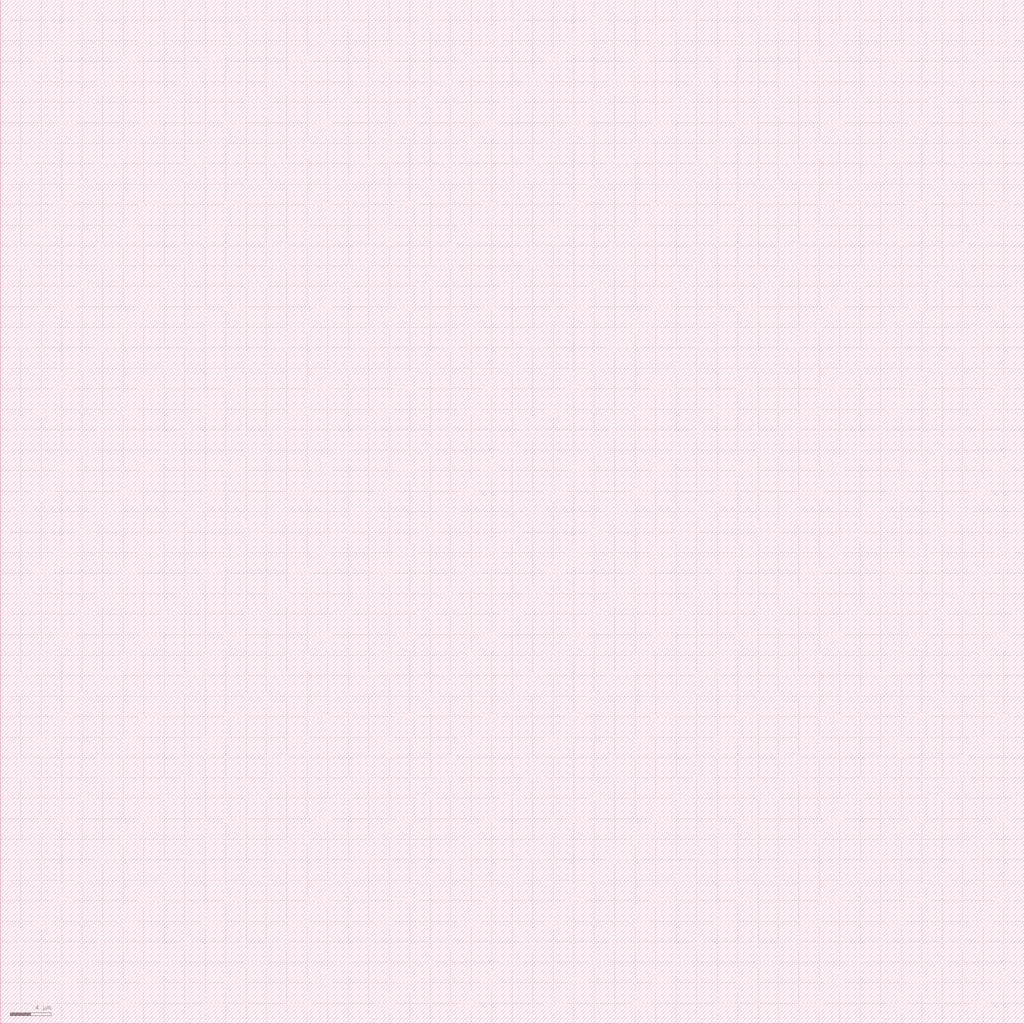
<source format=lef>
VERSION 5.8 ;
BUSBITCHARS "[]" ;
DIVIDERCHAR "/" ;

MACRO COVER_MACRO
  CLASS COVER BUMP ;
  ORIGIN 0.0 0.0 ;
  SIZE 100.0 BY 100.0 ;
END COVER_MACRO

END LIBRARY

</source>
